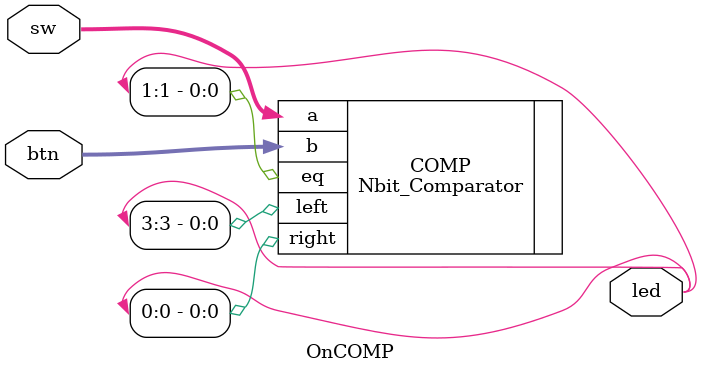
<source format=v>
`timescale 1ns / 1ps


module OnCOMP(
    output [3:0]led,
    input [3:0]sw,
    input [3:0]btn
    );
    
    Nbit_Comparator#(4) COMP(.eq(led[1]), .left(led[3]), .right(led[0]), .a(sw), .b(btn));
endmodule

</source>
